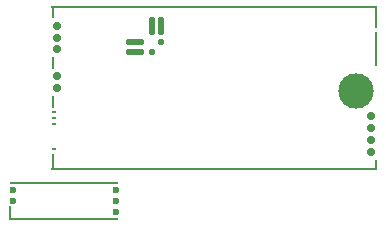
<source format=gbr>
%TF.GenerationSoftware,KiCad,Pcbnew,8.0.8*%
%TF.CreationDate,2025-11-27T21:39:58-05:00*%
%TF.ProjectId,greenenergyecu,67726565-6e65-46e6-9572-67796563752e,rev?*%
%TF.SameCoordinates,Original*%
%TF.FileFunction,Copper,L1,Top*%
%TF.FilePolarity,Positive*%
%FSLAX46Y46*%
G04 Gerber Fmt 4.6, Leading zero omitted, Abs format (unit mm)*
G04 Created by KiCad (PCBNEW 8.0.8) date 2025-11-27 21:39:58*
%MOMM*%
%LPD*%
G01*
G04 APERTURE LIST*
G04 Aperture macros list*
%AMRoundRect*
0 Rectangle with rounded corners*
0 $1 Rounding radius*
0 $2 $3 $4 $5 $6 $7 $8 $9 X,Y pos of 4 corners*
0 Add a 4 corners polygon primitive as box body*
4,1,4,$2,$3,$4,$5,$6,$7,$8,$9,$2,$3,0*
0 Add four circle primitives for the rounded corners*
1,1,$1+$1,$2,$3*
1,1,$1+$1,$4,$5*
1,1,$1+$1,$6,$7*
1,1,$1+$1,$8,$9*
0 Add four rect primitives between the rounded corners*
20,1,$1+$1,$2,$3,$4,$5,0*
20,1,$1+$1,$4,$5,$6,$7,0*
20,1,$1+$1,$6,$7,$8,$9,0*
20,1,$1+$1,$8,$9,$2,$3,0*%
G04 Aperture macros list end*
%TA.AperFunction,ComponentPad*%
%ADD10C,0.700000*%
%TD*%
%TA.AperFunction,SMDPad,CuDef*%
%ADD11C,3.000000*%
%TD*%
%TA.AperFunction,SMDPad,CuDef*%
%ADD12R,0.250000X3.000000*%
%TD*%
%TA.AperFunction,SMDPad,CuDef*%
%ADD13R,0.250000X1.100000*%
%TD*%
%TA.AperFunction,SMDPad,CuDef*%
%ADD14R,0.250000X0.980000*%
%TD*%
%TA.AperFunction,SMDPad,CuDef*%
%ADD15R,0.250000X1.450000*%
%TD*%
%TA.AperFunction,SMDPad,CuDef*%
%ADD16R,27.600000X0.250000*%
%TD*%
%TA.AperFunction,SMDPad,CuDef*%
%ADD17R,0.250000X1.950000*%
%TD*%
%TA.AperFunction,SMDPad,CuDef*%
%ADD18R,0.250000X0.950000*%
%TD*%
%TA.AperFunction,SMDPad,CuDef*%
%ADD19RoundRect,0.125000X0.125000X0.625000X-0.125000X0.625000X-0.125000X-0.625000X0.125000X-0.625000X0*%
%TD*%
%TA.AperFunction,SMDPad,CuDef*%
%ADD20RoundRect,0.125000X0.625000X0.125000X-0.625000X0.125000X-0.625000X-0.125000X0.625000X-0.125000X0*%
%TD*%
%TA.AperFunction,SMDPad,CuDef*%
%ADD21RoundRect,0.125000X-0.125000X0.125000X-0.125000X-0.125000X0.125000X-0.125000X0.125000X0.125000X0*%
%TD*%
%TA.AperFunction,SMDPad,CuDef*%
%ADD22RoundRect,0.125000X0.125000X0.125000X-0.125000X0.125000X-0.125000X-0.125000X0.125000X-0.125000X0*%
%TD*%
%TA.AperFunction,SMDPad,CuDef*%
%ADD23RoundRect,0.125000X-0.125000X-0.000010X0.125000X-0.000010X0.125000X0.000010X-0.125000X0.000010X0*%
%TD*%
%TA.AperFunction,ComponentPad*%
%ADD24C,0.600000*%
%TD*%
%TA.AperFunction,SMDPad,CuDef*%
%ADD25O,0.200000X1.225000*%
%TD*%
%TA.AperFunction,SMDPad,CuDef*%
%ADD26O,9.300000X0.200000*%
%TD*%
G04 APERTURE END LIST*
D10*
%TO.P,REF\u002A\u002A,E1*%
%TO.N,N/C*%
X147150000Y-63350000D03*
%TO.P,REF\u002A\u002A,E2*%
X147150000Y-60350000D03*
%TO.P,REF\u002A\u002A,E3*%
X147150000Y-61350000D03*
%TO.P,REF\u002A\u002A,E4*%
X147150000Y-62350000D03*
D11*
%TO.P,REF\u002A\u002A,E5*%
X145900000Y-58200000D03*
D12*
%TO.P,REF\u002A\u002A,E6*%
X147525000Y-54700000D03*
D13*
%TO.P,REF\u002A\u002A,G*%
X120175000Y-51500000D03*
D14*
X120175000Y-55840000D03*
X120175000Y-59140000D03*
D15*
X120175000Y-64225000D03*
D16*
X133850000Y-51075000D03*
X133850000Y-64825000D03*
D17*
X147525000Y-51925000D03*
D18*
X147525000Y-64475000D03*
D19*
%TO.P,REF\u002A\u002A,J1*%
X129350000Y-52725000D03*
D20*
%TO.P,REF\u002A\u002A,J2*%
X127175000Y-54900000D03*
D19*
%TO.P,REF\u002A\u002A,J_GND1*%
X128550000Y-52725000D03*
D21*
%TO.P,REF\u002A\u002A,J_GND2*%
X128600000Y-54900000D03*
D22*
%TO.P,REF\u002A\u002A,J_VCC1*%
X129350000Y-54100000D03*
D20*
%TO.P,REF\u002A\u002A,J_VCC2*%
X127175000Y-54100000D03*
D10*
%TO.P,REF\u002A\u002A,W1*%
X120558800Y-53700000D03*
%TO.P,REF\u002A\u002A,W2*%
X120558800Y-54700000D03*
%TO.P,REF\u002A\u002A,W3*%
X120558800Y-57996000D03*
%TO.P,REF\u002A\u002A,W4*%
X120558800Y-56980000D03*
D23*
%TO.P,REF\u002A\u002A,W5*%
X120300000Y-60000000D03*
%TO.P,REF\u002A\u002A,W6*%
X120300000Y-60500000D03*
%TO.P,REF\u002A\u002A,W7*%
X120300000Y-61000000D03*
%TO.P,REF\u002A\u002A,W8*%
X120300000Y-63100000D03*
D10*
%TO.P,REF\u002A\u002A,W9*%
X120558800Y-52700000D03*
%TD*%
D24*
%TO.P,M1,E1,V5A*%
%TO.N,unconnected-(M1-V5A-PadE1)*%
X125500000Y-66600002D03*
D25*
%TO.P,M1,E2,GND*%
%TO.N,unconnected-(M1-GND-PadE2)*%
X116600000Y-68575002D03*
D26*
X121150000Y-66000002D03*
X121150000Y-69100002D03*
D24*
X125500000Y-67550002D03*
%TO.P,M1,E3,OUT_KNOCK*%
%TO.N,unconnected-(M1-OUT_KNOCK-PadE3)*%
X125500000Y-68500000D03*
%TO.P,M1,W1,IN_KNOCK*%
%TO.N,unconnected-(M1-IN_KNOCK-PadW1)*%
X116800000Y-67500002D03*
%TO.P,M1,W2,VREF*%
%TO.N,unconnected-(M1-VREF-PadW2)*%
X116800000Y-66600002D03*
%TD*%
M02*

</source>
